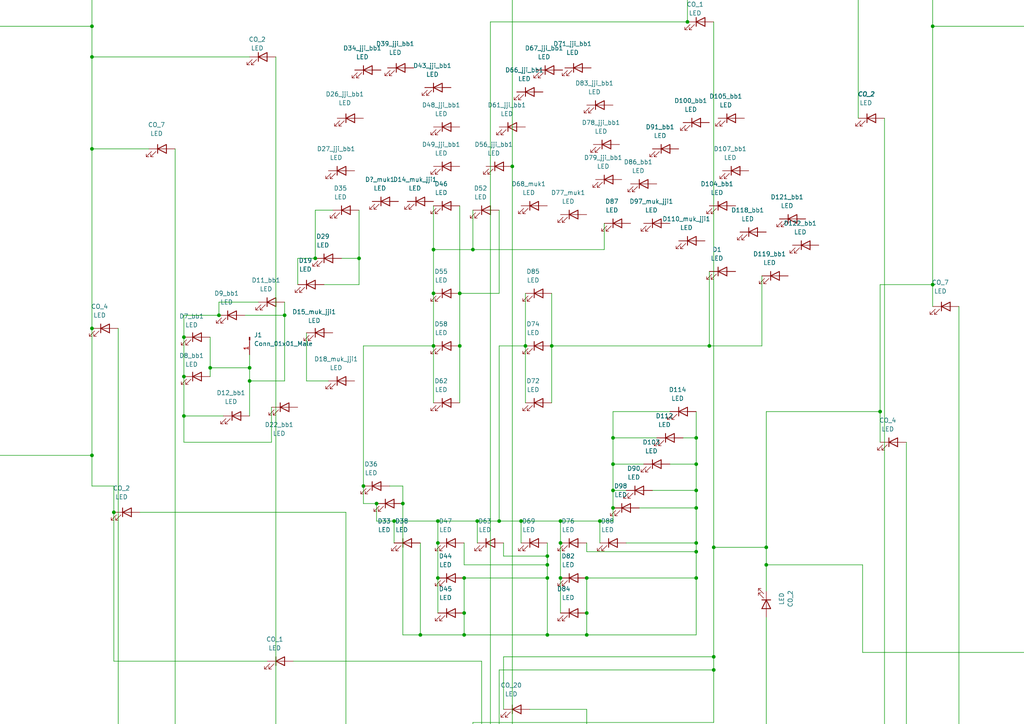
<source format=kicad_sch>
(kicad_sch (version 20211123) (generator eeschema)
  (paper "A4")
  (lib_symbols
    (symbol "Connector:Conn_01x01_Male" (pin_names (offset 1.016) hide)
      (property "Reference" "J" (at 0 2.54 0))
      (property "Value" "Conn_01x01_Male" (at 0 -2.54 0))
      (symbol "Conn_01x01_Male_1_1"
        (polyline (pts (xy 1.27 0) (xy 0.8636 0)) (stroke (width 0.1524)))
        (rectangle (start 0.8636 0.127) (end 0 -0.127) (stroke (width 0.1524)) (fill (type outline)))
        (pin passive line (at 5.08 0 180) (length 3.81) (name "Pin_1") (number "1"))
      )
    )
    (symbol "Connector:Conn_01x20_Male" (pin_names (offset 1.016) hide)
      (property "Reference" "J" (at 0 25.4 0))
      (property "Value" "Conn_01x20_Male" (at 0 -27.94 0))
      (symbol "Conn_01x20_Male_1_1"
        (polyline (pts (xy 1.27 -25.4) (xy 0.8636 -25.4)) (stroke (width 0.1524)))
        (polyline (pts (xy 1.27 -22.86) (xy 0.8636 -22.86)) (stroke (width 0.1524)))
        (polyline (pts (xy 1.27 -20.32) (xy 0.8636 -20.32)) (stroke (width 0.1524)))
        (polyline (pts (xy 1.27 -17.78) (xy 0.8636 -17.78)) (stroke (width 0.1524)))
        (polyline (pts (xy 1.27 -15.24) (xy 0.8636 -15.24)) (stroke (width 0.1524)))
        (polyline (pts (xy 1.27 -12.7) (xy 0.8636 -12.7)) (stroke (width 0.1524)))
        (polyline (pts (xy 1.27 -10.16) (xy 0.8636 -10.16)) (stroke (width 0.1524)))
        (polyline (pts (xy 1.27 -7.62) (xy 0.8636 -7.62)) (stroke (width 0.1524)))
        (polyline (pts (xy 1.27 -5.08) (xy 0.8636 -5.08)) (stroke (width 0.1524)))
        (polyline (pts (xy 1.27 -2.54) (xy 0.8636 -2.54)) (stroke (width 0.1524)))
        (polyline (pts (xy 1.27 0) (xy 0.8636 0)) (stroke (width 0.1524)))
        (polyline (pts (xy 1.27 2.54) (xy 0.8636 2.54)) (stroke (width 0.1524)))
        (polyline (pts (xy 1.27 5.08) (xy 0.8636 5.08)) (stroke (width 0.1524)))
        (polyline (pts (xy 1.27 7.62) (xy 0.8636 7.62)) (stroke (width 0.1524)))
        (polyline (pts (xy 1.27 10.16) (xy 0.8636 10.16)) (stroke (width 0.1524)))
        (polyline (pts (xy 1.27 12.7) (xy 0.8636 12.7)) (stroke (width 0.1524)))
        (polyline (pts (xy 1.27 15.24) (xy 0.8636 15.24)) (stroke (width 0.1524)))
        (polyline (pts (xy 1.27 17.78) (xy 0.8636 17.78)) (stroke (width 0.1524)))
        (polyline (pts (xy 1.27 20.32) (xy 0.8636 20.32)) (stroke (width 0.1524)))
        (polyline (pts (xy 1.27 22.86) (xy 0.8636 22.86)) (stroke (width 0.1524)))
        (rectangle (start 0.8636 -25.273) (end 0 -25.527) (stroke (width 0.1524)) (fill (type outline)))
        (rectangle (start 0.8636 -22.733) (end 0 -22.987) (stroke (width 0.1524)) (fill (type outline)))
        (rectangle (start 0.8636 -20.193) (end 0 -20.447) (stroke (width 0.1524)) (fill (type outline)))
        (rectangle (start 0.8636 -17.653) (end 0 -17.907) (stroke (width 0.1524)) (fill (type outline)))
        (rectangle (start 0.8636 -15.113) (end 0 -15.367) (stroke (width 0.1524)) (fill (type outline)))
        (rectangle (start 0.8636 -12.573) (end 0 -12.827) (stroke (width 0.1524)) (fill (type outline)))
        (rectangle (start 0.8636 -10.033) (end 0 -10.287) (stroke (width 0.1524)) (fill (type outline)))
        (rectangle (start 0.8636 -7.493) (end 0 -7.747) (stroke (width 0.1524)) (fill (type outline)))
        (rectangle (start 0.8636 -4.953) (end 0 -5.207) (stroke (width 0.1524)) (fill (type outline)))
        (rectangle (start 0.8636 -2.413) (end 0 -2.667) (stroke (width 0.1524)) (fill (type outline)))
        (rectangle (start 0.8636 0.127) (end 0 -0.127) (stroke (width 0.1524)) (fill (type outline)))
        (rectangle (start 0.8636 2.667) (end 0 2.413) (stroke (width 0.1524)) (fill (type outline)))
        (rectangle (start 0.8636 5.207) (end 0 4.953) (stroke (width 0.1524)) (fill (type outline)))
        (rectangle (start 0.8636 7.747) (end 0 7.493) (stroke (width 0.1524)) (fill (type outline)))
        (rectangle (start 0.8636 10.287) (end 0 10.033) (stroke (width 0.1524)) (fill (type outline)))
        (rectangle (start 0.8636 12.827) (end 0 12.573) (stroke (width 0.1524)) (fill (type outline)))
        (rectangle (start 0.8636 15.367) (end 0 15.113) (stroke (width 0.1524)) (fill (type outline)))
        (rectangle (start 0.8636 17.907) (end 0 17.653) (stroke (width 0.1524)) (fill (type outline)))
        (rectangle (start 0.8636 20.447) (end 0 20.193) (stroke (width 0.1524)) (fill (type outline)))
        (rectangle (start 0.8636 22.987) (end 0 22.733) (stroke (width 0.1524)) (fill (type outline)))
        (pin passive line (at 5.08 22.86 180) (length 3.81) (name "Pin_1") (number "1"))
        (pin passive line (at 5.08 0 180) (length 3.81) (name "Pin_10") (number "10"))
        (pin passive line (at 5.08 -2.54 180) (length 3.81) (name "Pin_11") (number "11"))
        (pin passive line (at 5.08 -5.08 180) (length 3.81) (name "Pin_12") (number "12"))
        (pin passive line (at 5.08 -7.62 180) (length 3.81) (name "Pin_13") (number "13"))
        (pin passive line (at 5.08 -10.16 180) (length 3.81) (name "Pin_14") (number "14"))
        (pin passive line (at 5.08 -12.7 180) (length 3.81) (name "Pin_15") (number "15"))
        (pin passive line (at 5.08 -15.24 180) (length 3.81) (name "Pin_16") (number "16"))
        (pin passive line (at 5.08 -17.78 180) (length 3.81) (name "Pin_17") (number "17"))
        (pin passive line (at 5.08 -20.32 180) (length 3.81) (name "Pin_18") (number "18"))
        (pin passive line (at 5.08 -22.86 180) (length 3.81) (name "Pin_19") (number "19"))
        (pin passive line (at 5.08 20.32 180) (length 3.81) (name "Pin_2") (number "2"))
        (pin passive line (at 5.08 -25.4 180) (length 3.81) (name "Pin_20") (number "20"))
        (pin passive line (at 5.08 17.78 180) (length 3.81) (name "Pin_3") (number "3"))
        (pin passive line (at 5.08 15.24 180) (length 3.81) (name "Pin_4") (number "4"))
        (pin passive line (at 5.08 12.7 180) (length 3.81) (name "Pin_5") (number "5"))
        (pin passive line (at 5.08 10.16 180) (length 3.81) (name "Pin_6") (number "6"))
        (pin passive line (at 5.08 7.62 180) (length 3.81) (name "Pin_7") (number "7"))
        (pin passive line (at 5.08 5.08 180) (length 3.81) (name "Pin_8") (number "8"))
        (pin passive line (at 5.08 2.54 180) (length 3.81) (name "Pin_9") (number "9"))
      )
    )
    (symbol "Device:LED" (pin_numbers hide) (pin_names (offset 1.016) hide)
      (property "Reference" "D" (at 0 2.54 0))
      (property "Value" "LED" (at 0 -2.54 0))
      (symbol "LED_0_1"
        (polyline (pts (xy -1.27 -1.27) (xy -1.27 1.27)) (stroke (width 0.254)))
        (polyline (pts (xy -1.27 0) (xy 1.27 0)))
        (polyline (pts (xy 1.27 -1.27) (xy 1.27 1.27) (xy -1.27 0) (xy 1.27 -1.27)) (stroke (width 0.254)))
        (polyline (pts (xy -3.048 -0.762) (xy -4.572 -2.286) (xy -3.81 -2.286) (xy -4.572 -2.286) (xy -4.572 -1.524)))
        (polyline (pts (xy -1.778 -0.762) (xy -3.302 -2.286) (xy -2.54 -2.286) (xy -3.302 -2.286) (xy -3.302 -1.524)))
      )
      (symbol "LED_1_1"
        (pin passive line (at -3.81 0 0) (length 2.54) (name "K") (number "1"))
        (pin passive line (at 3.81 0 180) (length 2.54) (name "A") (number "2"))
      )
    )
  )
  (junction (at 270.51 7.62))
  (junction (at 144.78 151.13))
  (junction (at 170.18 177.8))
  (junction (at 125.73 72.39))
  (junction (at 255.27 119.38))
  (junction (at 82.55 91.44))
  (junction (at 26.67 16.51))
  (junction (at 26.67 7.62))
  (junction (at 158.75 167.64))
  (junction (at 201.93 160.02))
  (junction (at 116.84 146.05))
  (junction (at 125.73 100.33))
  (junction (at 53.34 97.79))
  (junction (at 270.51 82.55))
  (junction (at 199.39 -17.78))
  (junction (at 222.25 163.83))
  (junction (at 201.93 127))
  (junction (at 158.75 163.83))
  (junction (at 201.93 142.24))
  (junction (at 207.01 190.5))
  (junction (at 158.75 184.15))
  (junction (at 162.56 151.13))
  (junction (at 53.34 120.65))
  (junction (at 109.22 146.05))
  (junction (at 162.56 167.64))
  (junction (at 134.62 177.8))
  (junction (at 26.67 43.18))
  (junction (at 60.96 106.68))
  (junction (at 72.39 106.68))
  (junction (at 104.14 74.93))
  (junction (at 135.89 -2.54))
  (junction (at 205.74 100.33))
  (junction (at 222.25 158.75))
  (junction (at 91.44 74.93))
  (junction (at 177.8 134.62))
  (junction (at 134.62 222.25))
  (junction (at 162.56 157.48))
  (junction (at 170.18 167.64))
  (junction (at 201.93 134.62))
  (junction (at 160.02 100.33))
  (junction (at 158.75 161.29))
  (junction (at 177.8 142.24))
  (junction (at 72.39 110.49))
  (junction (at 138.43 151.13))
  (junction (at 125.73 85.09))
  (junction (at 53.34 109.22))
  (junction (at 177.8 127))
  (junction (at 170.18 184.15))
  (junction (at 26.67 95.25))
  (junction (at 148.59 48.26))
  (junction (at 152.4 100.33))
  (junction (at 201.93 167.64))
  (junction (at 248.92 -17.78))
  (junction (at 201.93 147.32))
  (junction (at 207.01 194.31))
  (junction (at 137.16 72.39))
  (junction (at 151.13 151.13))
  (junction (at 105.41 140.97))
  (junction (at 133.35 85.09))
  (junction (at 127 151.13))
  (junction (at 33.02 148.59))
  (junction (at 133.35 100.33))
  (junction (at 127 157.48))
  (junction (at 134.62 167.64))
  (junction (at 127 167.64))
  (junction (at 173.99 151.13))
  (junction (at 121.92 184.15))
  (junction (at 199.39 6.35))
  (junction (at 114.3 151.13))
  (junction (at 63.5 91.44))
  (junction (at 177.8 147.32))
  (junction (at 207.01 158.75))
  (junction (at 26.67 132.08))
  (junction (at 134.62 184.15))
  (junction (at 201.93 157.48))
  (wire (pts (xy 148.59 219.71) (xy 160.02 219.71)))
  (wire (pts (xy 170.18 184.15) (xy 158.75 184.15)))
  (wire (pts (xy 135.89 -2.54) (xy 135.89 -17.78)))
  (wire (pts (xy 88.9 96.52) (xy 88.9 110.49)))
  (wire (pts (xy 26.67 -2.54) (xy 135.89 -2.54)))
  (wire (pts (xy 177.8 147.32) (xy 177.8 151.13)))
  (wire (pts (xy 104.14 74.93) (xy 104.14 82.55)))
  (wire (pts (xy 222.25 163.83) (xy 222.25 171.45)))
  (wire (pts (xy 116.84 140.97) (xy 116.84 146.05)))
  (wire (pts (xy 144.78 60.96) (xy 144.78 85.09)))
  (wire (pts (xy 34.29 95.25) (xy 34.29 220.98)))
  (wire (pts (xy 127 241.3) (xy 127 223.52)))
  (wire (pts (xy 88.9 110.49) (xy 95.25 110.49)))
  (wire (pts (xy 149.86 213.36) (xy 149.86 223.52)))
  (wire (pts (xy 134.62 163.83) (xy 158.75 163.83)))
  (wire (pts (xy 133.35 100.33) (xy 133.35 116.84)))
  (wire (pts (xy 146.05 161.29) (xy 158.75 161.29)))
  (wire (pts (xy 96.52 60.96) (xy 91.44 60.96)))
  (wire (pts (xy 139.7 191.77) (xy 139.7 223.52)))
  (wire (pts (xy 147.32 210.82) (xy 147.32 223.52)))
  (wire (pts (xy 138.43 151.13) (xy 144.78 151.13)))
  (wire (pts (xy 160.02 100.33) (xy 160.02 116.84)))
  (wire (pts (xy 127 167.64) (xy 127 177.8)))
  (wire (pts (xy 104.14 74.93) (xy 99.06 74.93)))
  (wire (pts (xy 50.8 43.18) (xy 50.8 215.9)))
  (wire (pts (xy 201.93 157.48) (xy 201.93 160.02)))
  (wire (pts (xy 207.01 158.75) (xy 207.01 190.5)))
  (wire (pts (xy 146.05 157.48) (xy 146.05 161.29)))
  (wire (pts (xy 311.15 218.44) (xy 132.08 218.44)))
  (wire (pts (xy 125.73 85.09) (xy 125.73 100.33)))
  (wire (pts (xy 80.01 16.51) (xy 80.01 222.25)))
  (wire (pts (xy 138.43 151.13) (xy 138.43 157.48)))
  (wire (pts (xy 220.98 80.01) (xy 220.98 100.33)))
  (wire (pts (xy 135.89 -2.54) (xy 140.97 -2.54)))
  (wire (pts (xy 170.18 160.02) (xy 201.93 160.02)))
  (wire (pts (xy 256.54 213.36) (xy 152.4 213.36)))
  (wire (pts (xy 121.92 184.15) (xy 121.92 157.48)))
  (wire (pts (xy 186.69 134.62) (xy 177.8 134.62)))
  (wire (pts (xy 278.13 215.9) (xy 167.64 215.9)))
  (wire (pts (xy 116.84 184.15) (xy 121.92 184.15)))
  (wire (pts (xy 134.62 184.15) (xy 121.92 184.15)))
  (wire (pts (xy 170.18 205.74) (xy 170.18 223.52)))
  (wire (pts (xy 170.18 167.64) (xy 170.18 177.8)))
  (wire (pts (xy 91.44 74.93) (xy 86.36 74.93)))
  (wire (pts (xy 222.25 210.82) (xy 147.32 210.82)))
  (wire (pts (xy 72.39 16.51) (xy 26.67 16.51)))
  (wire (pts (xy 201.93 167.64) (xy 201.93 184.15)))
  (wire (pts (xy 148.59 48.26) (xy 148.59 219.71)))
  (wire (pts (xy 262.89 220.98) (xy 162.56 220.98)))
  (wire (pts (xy 34.29 220.98) (xy 157.48 220.98)))
  (wire (pts (xy 33.02 140.97) (xy 33.02 148.59)))
  (wire (pts (xy 133.35 59.69) (xy 133.35 85.09)))
  (wire (pts (xy 114.3 157.48) (xy 114.3 151.13)))
  (wire (pts (xy 105.41 146.05) (xy 105.41 140.97)))
  (wire (pts (xy 222.25 158.75) (xy 222.25 163.83)))
  (wire (pts (xy 177.8 127) (xy 177.8 134.62)))
  (wire (pts (xy 137.16 209.55) (xy 137.16 223.52)))
  (wire (pts (xy -3.81 185.42) (xy -3.81 241.3)))
  (wire (pts (xy 85.09 191.77) (xy 139.7 191.77)))
  (wire (pts (xy 201.93 184.15) (xy 170.18 184.15)))
  (wire (pts (xy 158.75 161.29) (xy 158.75 163.83)))
  (wire (pts (xy 134.62 157.48) (xy 134.62 163.83)))
  (wire (pts (xy 181.61 142.24) (xy 177.8 142.24)))
  (wire (pts (xy 201.93 147.32) (xy 201.93 157.48)))
  (wire (pts (xy 190.5 127) (xy 177.8 127)))
  (wire (pts (xy 175.26 64.77) (xy 175.26 72.39)))
  (wire (pts (xy 86.36 74.93) (xy 86.36 82.55)))
  (wire (pts (xy -11.43 185.42) (xy -11.43 132.08)))
  (wire (pts (xy 207.01 194.31) (xy 207.01 209.55)))
  (wire (pts (xy 162.56 167.64) (xy 162.56 177.8)))
  (wire (pts (xy 105.41 100.33) (xy 105.41 140.97)))
  (wire (pts (xy 207.01 158.75) (xy 222.25 158.75)))
  (wire (pts (xy 134.62 222.25) (xy 154.94 222.25)))
  (wire (pts (xy 53.34 97.79) (xy 53.34 109.22)))
  (wire (pts (xy 262.89 128.27) (xy 262.89 220.98)))
  (wire (pts (xy 207.01 190.5) (xy 207.01 194.31)))
  (wire (pts (xy 78.74 128.27) (xy 78.74 118.11)))
  (wire (pts (xy 152.4 213.36) (xy 152.4 223.52)))
  (wire (pts (xy 53.34 109.22) (xy 53.34 120.65)))
  (wire (pts (xy 33.02 148.59) (xy 33.02 191.77)))
  (wire (pts (xy 205.74 78.74) (xy 205.74 100.33)))
  (wire (pts (xy 134.62 210.82) (xy 134.62 222.25)))
  (wire (pts (xy 158.75 184.15) (xy 134.62 184.15)))
  (wire (pts (xy 26.67 -2.54) (xy 26.67 7.62)))
  (wire (pts (xy 82.55 110.49) (xy 72.39 110.49)))
  (wire (pts (xy 109.22 146.05) (xy 105.41 146.05)))
  (wire (pts (xy 152.4 100.33) (xy 152.4 116.84)))
  (wire (pts (xy 114.3 151.13) (xy 127 151.13)))
  (wire (pts (xy 72.39 110.49) (xy 72.39 120.65)))
  (wire (pts (xy 201.93 119.38) (xy 201.93 127)))
  (wire (pts (xy 207.01 194.31) (xy 144.78 194.31)))
  (wire (pts (xy 53.34 120.65) (xy 64.77 120.65)))
  (wire (pts (xy 144.78 85.09) (xy 133.35 85.09)))
  (wire (pts (xy 153.67 205.74) (xy 170.18 205.74)))
  (wire (pts (xy -3.81 241.3) (xy 127 241.3)))
  (wire (pts (xy 207.01 209.55) (xy 137.16 209.55)))
  (wire (pts (xy 91.44 60.96) (xy 91.44 74.93)))
  (wire (pts (xy 53.34 120.65) (xy 53.34 128.27)))
  (wire (pts (xy 189.23 142.24) (xy 201.93 142.24)))
  (wire (pts (xy 152.4 85.09) (xy 152.4 100.33)))
  (wire (pts (xy 127 157.48) (xy 127 167.64)))
  (wire (pts (xy 199.39 6.35) (xy 142.24 6.35)))
  (wire (pts (xy 250.19 163.83) (xy 222.25 163.83)))
  (wire (pts (xy 129.54 242.57) (xy 129.54 223.52)))
  (wire (pts (xy 100.33 213.36) (xy 149.86 213.36)))
  (wire (pts (xy 177.8 151.13) (xy 173.99 151.13)))
  (wire (pts (xy 199.39 -17.78) (xy 248.92 -17.78)))
  (wire (pts (xy 314.96 189.23) (xy 314.96 242.57)))
  (wire (pts (xy 125.73 100.33) (xy 125.73 116.84)))
  (wire (pts (xy 270.51 7.62) (xy 270.51 82.55)))
  (wire (pts (xy 220.98 100.33) (xy 205.74 100.33)))
  (wire (pts (xy 157.48 220.98) (xy 157.48 223.52)))
  (wire (pts (xy 194.31 119.38) (xy 177.8 119.38)))
  (wire (pts (xy 250.19 189.23) (xy 250.19 163.83)))
  (wire (pts (xy 133.35 85.09) (xy 133.35 100.33)))
  (wire (pts (xy 144.78 100.33) (xy 144.78 151.13)))
  (wire (pts (xy 256.54 34.29) (xy 256.54 213.36)))
  (wire (pts (xy 270.51 -17.78) (xy 270.51 7.62)))
  (wire (pts (xy 125.73 59.69) (xy 125.73 72.39)))
  (wire (pts (xy 175.26 72.39) (xy 137.16 72.39)))
  (wire (pts (xy 132.08 218.44) (xy 132.08 223.52)))
  (wire (pts (xy 162.56 151.13) (xy 162.56 157.48)))
  (wire (pts (xy -12.7 210.82) (xy 134.62 210.82)))
  (wire (pts (xy 125.73 72.39) (xy 125.73 85.09)))
  (wire (pts (xy 144.78 151.13) (xy 151.13 151.13)))
  (wire (pts (xy 134.62 167.64) (xy 134.62 177.8)))
  (wire (pts (xy 158.75 157.48) (xy 158.75 161.29)))
  (wire (pts (xy 134.62 184.15) (xy 134.62 177.8)))
  (wire (pts (xy 160.02 85.09) (xy 160.02 100.33)))
  (wire (pts (xy 72.39 102.87) (xy 72.39 106.68)))
  (wire (pts (xy 146.05 190.5) (xy 207.01 190.5)))
  (wire (pts (xy 201.93 134.62) (xy 201.93 142.24)))
  (wire (pts (xy 162.56 220.98) (xy 162.56 223.52)))
  (wire (pts (xy 114.3 151.13) (xy 109.22 151.13)))
  (wire (pts (xy 104.14 82.55) (xy 93.98 82.55)))
  (wire (pts (xy 60.96 106.68) (xy 72.39 106.68)))
  (wire (pts (xy 181.61 157.48) (xy 201.93 157.48)))
  (wire (pts (xy 77.47 191.77) (xy 33.02 191.77)))
  (wire (pts (xy 146.05 205.74) (xy 146.05 190.5)))
  (wire (pts (xy 72.39 106.68) (xy 72.39 110.49)))
  (wire (pts (xy 154.94 222.25) (xy 154.94 223.52)))
  (wire (pts (xy 127 151.13) (xy 138.43 151.13)))
  (wire (pts (xy 127 157.48) (xy 127 151.13)))
  (wire (pts (xy 134.62 167.64) (xy 158.75 167.64)))
  (wire (pts (xy 63.5 91.44) (xy 53.34 91.44)))
  (wire (pts (xy 205.74 100.33) (xy 160.02 100.33)))
  (wire (pts (xy 148.59 -2.54) (xy 148.59 48.26)))
  (wire (pts (xy 151.13 151.13) (xy 151.13 157.48)))
  (wire (pts (xy 26.67 43.18) (xy 26.67 95.25)))
  (wire (pts (xy 26.67 140.97) (xy 33.02 140.97)))
  (wire (pts (xy 152.4 100.33) (xy 144.78 100.33)))
  (wire (pts (xy 60.96 106.68) (xy 60.96 109.22)))
  (wire (pts (xy 194.31 134.62) (xy 201.93 134.62)))
  (wire (pts (xy 255.27 119.38) (xy 222.25 119.38)))
  (wire (pts (xy 207.01 6.35) (xy 207.01 158.75)))
  (wire (pts (xy 116.84 140.97) (xy 113.03 140.97)))
  (wire (pts (xy 177.8 119.38) (xy 177.8 127)))
  (wire (pts (xy 248.92 -17.78) (xy 248.92 34.29)))
  (wire (pts (xy 109.22 151.13) (xy 109.22 146.05)))
  (wire (pts (xy 248.92 -17.78) (xy 270.51 -17.78)))
  (wire (pts (xy 137.16 72.39) (xy 125.73 72.39)))
  (wire (pts (xy 151.13 151.13) (xy 162.56 151.13)))
  (wire (pts (xy 158.75 163.83) (xy 158.75 167.64)))
  (wire (pts (xy 142.24 6.35) (xy 142.24 223.52)))
  (wire (pts (xy -12.7 7.62) (xy -12.7 210.82)))
  (wire (pts (xy 201.93 160.02) (xy 201.93 167.64)))
  (wire (pts (xy 26.67 7.62) (xy 26.67 16.51)))
  (wire (pts (xy 50.8 215.9) (xy 165.1 215.9)))
  (wire (pts (xy 125.73 100.33) (xy 105.41 100.33)))
  (wire (pts (xy 199.39 -17.78) (xy 199.39 6.35)))
  (wire (pts (xy 185.42 147.32) (xy 201.93 147.32)))
  (wire (pts (xy 82.55 91.44) (xy 82.55 110.49)))
  (wire (pts (xy 104.14 60.96) (xy 104.14 74.93)))
  (wire (pts (xy 63.5 87.63) (xy 63.5 91.44)))
  (wire (pts (xy 167.64 215.9) (xy 167.64 223.52)))
  (wire (pts (xy 135.89 -17.78) (xy 199.39 -17.78)))
  (wire (pts (xy 173.99 151.13) (xy 162.56 151.13)))
  (wire (pts (xy 201.93 127) (xy 198.12 127)))
  (wire (pts (xy 278.13 88.9) (xy 278.13 215.9)))
  (wire (pts (xy 60.96 97.79) (xy 60.96 106.68)))
  (wire (pts (xy 314.96 242.57) (xy 129.54 242.57)))
  (wire (pts (xy 137.16 60.96) (xy 137.16 72.39)))
  (wire (pts (xy 82.55 87.63) (xy 82.55 91.44)))
  (wire (pts (xy 26.67 95.25) (xy 26.67 132.08)))
  (wire (pts (xy 222.25 179.07) (xy 222.25 210.82)))
  (wire (pts (xy 170.18 167.64) (xy 201.93 167.64)))
  (wire (pts (xy 116.84 146.05) (xy 116.84 184.15)))
  (wire (pts (xy 201.93 127) (xy 201.93 134.62)))
  (wire (pts (xy 26.67 132.08) (xy 26.67 140.97)))
  (wire (pts (xy 170.18 177.8) (xy 170.18 184.15)))
  (wire (pts (xy 26.67 16.51) (xy 26.67 43.18)))
  (wire (pts (xy 311.15 7.62) (xy 311.15 218.44)))
  (wire (pts (xy 270.51 82.55) (xy 255.27 82.55)))
  (wire (pts (xy -5.08 7.62) (xy 26.67 7.62)))
  (wire (pts (xy 270.51 7.62) (xy 303.53 7.62)))
  (wire (pts (xy 173.99 157.48) (xy 173.99 151.13)))
  (wire (pts (xy 177.8 142.24) (xy 177.8 147.32)))
  (wire (pts (xy 307.34 189.23) (xy 250.19 189.23)))
  (wire (pts (xy 160.02 219.71) (xy 160.02 223.52)))
  (wire (pts (xy 255.27 119.38) (xy 255.27 128.27)))
  (wire (pts (xy 100.33 148.59) (xy 100.33 213.36)))
  (wire (pts (xy -11.43 132.08) (xy 26.67 132.08)))
  (wire (pts (xy 158.75 167.64) (xy 158.75 184.15)))
  (wire (pts (xy 162.56 157.48) (xy 162.56 167.64)))
  (wire (pts (xy 201.93 142.24) (xy 201.93 147.32)))
  (wire (pts (xy 255.27 82.55) (xy 255.27 119.38)))
  (wire (pts (xy 53.34 91.44) (xy 53.34 97.79)))
  (wire (pts (xy 40.64 148.59) (xy 100.33 148.59)))
  (wire (pts (xy 82.55 91.44) (xy 71.12 91.44)))
  (wire (pts (xy 74.93 87.63) (xy 63.5 87.63)))
  (wire (pts (xy 222.25 119.38) (xy 222.25 158.75)))
  (wire (pts (xy 165.1 215.9) (xy 165.1 223.52)))
  (wire (pts (xy 80.01 222.25) (xy 134.62 222.25)))
  (wire (pts (xy 177.8 134.62) (xy 177.8 142.24)))
  (wire (pts (xy 53.34 128.27) (xy 78.74 128.27)))
  (wire (pts (xy 144.78 194.31) (xy 144.78 223.52)))
  (wire (pts (xy 270.51 82.55) (xy 270.51 88.9)))
  (wire (pts (xy 43.18 43.18) (xy 26.67 43.18)))
  (wire (pts (xy 170.18 157.48) (xy 170.18 160.02)))
  (symbol (lib_id "Device:LED") (at 190.5 134.62 0) (unit 1)
    (property "Reference" "D103" (at 188.9125 128.27 0))
    (property "Value" "LED" (at 188.9125 130.81 0))
    (property "Footprint" "LED_THT:LED_D3.0mm_Clear" (effects hide))
  )
  (symbol (lib_id "Device:LED") (at 194.31 127 0) (unit 1)
    (property "Reference" "D112" (at 192.7225 120.65 0))
    (property "Value" "LED" (at 192.7225 123.19 0))
    (property "Footprint" "LED_THT:LED_D3.0mm_Clear" (effects hide))
  )
  (symbol (lib_id "Device:LED") (at 177.8 157.48 0) (unit 1)
    (property "Reference" "D88" (at 176.2125 151.13 0))
    (property "Value" "LED" (at 176.2125 153.67 0))
    (property "Footprint" "LED_THT:LED_D3.0mm_Clear" (effects hide))
  )
  (symbol (lib_id "Device:LED") (at 166.37 167.64 0) (unit 1)
    (property "Reference" "D82" (at 164.7825 161.29 0))
    (property "Value" "LED" (at 164.7825 163.83 0))
    (property "Footprint" "LED_THT:LED_D3.0mm_Clear" (effects hide))
  )
  (symbol (lib_id "Device:LED") (at 99.06 110.49 0) (unit 1)
    (property "Reference" "D18_muk_jji1" (at 97.4725 104.14 0))
    (property "Value" "LED" (at 97.4725 106.68 0))
    (property "Footprint" "LED_THT:LED_D3.0mm_Clear" (effects hide))
  )
  (symbol (lib_id "Device:LED") (at 82.55 118.11 0) (unit 1)
    (property "Reference" "D22_bb1" (at 80.9625 123.19 0))
    (property "Value" "LED" (at 80.9625 125.73 0))
    (property "Footprint" "LED_THT:LED_D3.0mm_Clear" (effects hide))
  )
  (symbol (lib_id "Device:LED") (at 113.03 146.05 0) (unit 1)
    (property "Reference" "D33" (at 111.4425 151.13 0))
    (property "Value" "LED" (at 111.4425 153.67 0))
    (property "Footprint" "LED_THT:LED_D3.0mm_Clear" (effects hide))
  )
  (symbol (lib_id "Device:LED") (at 118.11 157.48 0) (unit 1)
    (property "Reference" "D38" (at 116.5225 151.13 0))
    (property "Value" "LED" (at 116.5225 153.67 0))
    (property "Footprint" "LED_THT:LED_D3.0mm_Clear" (effects hide))
  )
  (symbol (lib_id "Device:LED") (at 130.81 167.64 0) (unit 1)
    (property "Reference" "D44" (at 129.2225 161.29 0))
    (property "Value" "LED" (at 129.2225 163.83 0))
    (property "Footprint" "LED_THT:LED_D3.0mm_Clear" (effects hide))
  )
  (symbol (lib_id "Device:LED") (at 185.42 142.24 0) (unit 1)
    (property "Reference" "D90" (at 183.8325 135.89 0))
    (property "Value" "LED" (at 183.8325 138.43 0))
    (property "Footprint" "LED_THT:LED_D3.0mm_Clear" (effects hide))
  )
  (symbol (lib_id "Device:LED") (at 166.37 157.48 0) (unit 1)
    (property "Reference" "D76" (at 164.7825 151.13 0))
    (property "Value" "LED" (at 164.7825 153.67 0))
    (property "Footprint" "LED_THT:LED_D3.0mm_Clear" (effects hide))
  )
  (symbol (lib_id "Device:LED") (at 154.94 157.48 0) (unit 1)
    (property "Reference" "D69" (at 153.3525 151.13 0))
    (property "Value" "LED" (at 153.3525 153.67 0))
    (property "Footprint" "LED_THT:LED_D3.0mm_Clear" (effects hide))
  )
  (symbol (lib_id "Device:LED") (at 142.24 157.48 0) (unit 1)
    (property "Reference" "D63" (at 140.6525 151.13 0))
    (property "Value" "LED" (at 140.6525 153.67 0))
    (property "Footprint" "LED_THT:LED_D3.0mm_Clear" (effects hide))
  )
  (symbol (lib_id "Device:LED") (at 166.37 177.8 0) (unit 1)
    (property "Reference" "D84" (at 163.5125 170.815 0))
    (property "Value" "LED" (at 164.7825 173.355 0))
    (property "Footprint" "LED_THT:LED_D3.0mm_Clear" (effects hide))
  )
  (symbol (lib_id "Device:LED") (at 181.61 147.32 0) (unit 1)
    (property "Reference" "D98" (at 180.0225 140.97 0))
    (property "Value" "LED" (at 180.0225 143.51 0))
    (property "Footprint" "LED_THT:LED_D3.0mm_Clear" (effects hide))
  )
  (symbol (lib_id "Device:LED") (at 109.22 140.97 0) (unit 1)
    (property "Reference" "D36" (at 107.6325 134.62 0))
    (property "Value" "LED" (at 107.6325 137.16 0))
    (property "Footprint" "LED_THT:LED_D3.0mm_Clear" (effects hide))
  )
  (symbol (lib_id "Device:LED") (at 130.81 157.48 0) (unit 1)
    (property "Reference" "D47" (at 129.2225 151.13 0))
    (property "Value" "LED" (at 129.2225 153.67 0))
    (property "Footprint" "LED_THT:LED_D3.0mm_Clear" (effects hide))
  )
  (symbol (lib_id "Device:LED") (at 130.81 177.8 0) (unit 1)
    (property "Reference" "D45" (at 129.2225 170.815 0))
    (property "Value" "LED" (at 129.2225 173.355 0))
    (property "Footprint" "LED_THT:LED_D3.0mm_Clear" (effects hide))
  )
  (symbol (lib_id "Device:LED") (at 121.92 58.42 0) (unit 1)
    (property "Reference" "D14_muk_jji1" (at 120.3325 52.07 0))
    (property "Value" "LED" (at 120.3325 54.61 0))
    (property "Footprint" "LED_THT:LED_D3.0mm_Clear" (effects hide))
  )
  (symbol (lib_id "Device:LED") (at 92.71 96.52 0) (unit 1)
    (property "Reference" "D15_muk_jji1" (at 91.1225 90.4542 0))
    (property "Value" "LED" (at 91.1225 92.9942 0))
    (property "Footprint" "LED_THT:LED_D3.0mm_Clear" (effects hide))
  )
  (symbol (lib_id "Device:LED") (at 90.17 82.55 0) (unit 1)
    (property "Reference" "D19" (at 88.5825 75.565 0))
    (property "Value" "LED" (at 88.5825 78.105 0))
    (property "Footprint" "LED_THT:LED_D3.0mm_Clear" (effects hide))
  )
  (symbol (lib_id "Device:LED") (at 95.25 74.93 0) (unit 1)
    (property "Reference" "D29" (at 93.6625 68.58 0))
    (property "Value" "LED" (at 93.6625 71.12 0))
    (property "Footprint" "LED_THT:LED_D3.0mm_Clear" (effects hide))
  )
  (symbol (lib_id "Device:LED") (at 100.33 60.96 0) (unit 1)
    (property "Reference" "D35" (at 98.7425 54.61 0))
    (property "Value" "LED" (at 98.7425 57.15 0))
    (property "Footprint" "LED_THT:LED_D3.0mm_Clear" (effects hide))
  )
  (symbol (lib_id "Device:LED") (at 129.54 59.69 0) (unit 1)
    (property "Reference" "D46" (at 127.9525 53.34 0))
    (property "Value" "LED" (at 127.9525 55.88 0))
    (property "Footprint" "LED_THT:LED_D3.0mm_Clear" (effects hide))
  )
  (symbol (lib_id "Device:LED") (at 140.97 60.96 0) (unit 1)
    (property "Reference" "D52" (at 139.3825 54.61 0))
    (property "Value" "LED" (at 139.3825 57.15 0))
    (property "Footprint" "LED_THT:LED_D3.0mm_Clear" (effects hide))
  )
  (symbol (lib_id "Device:LED") (at 154.94 59.69 0) (unit 1)
    (property "Reference" "D68_muk1" (at 153.3525 53.34 0))
    (property "Value" "LED" (at 153.3525 55.88 0))
    (property "Footprint" "LED_THT:LED_D3.0mm_Clear" (effects hide))
  )
  (symbol (lib_id "Device:LED") (at 166.37 62.23 0) (unit 1)
    (property "Reference" "D77_muk1" (at 164.7825 55.88 0))
    (property "Value" "LED" (at 164.7825 58.42 0))
    (property "Footprint" "LED_THT:LED_D3.0mm_Clear" (effects hide))
  )
  (symbol (lib_id "Device:LED") (at 179.07 64.77 0) (unit 1)
    (property "Reference" "D87" (at 177.4825 58.42 0))
    (property "Value" "LED" (at 177.4825 60.96 0))
    (property "Footprint" "LED_THT:LED_D3.0mm_Clear" (effects hide))
  )
  (symbol (lib_id "Device:LED") (at 190.5 64.77 0) (unit 1)
    (property "Reference" "D97_muk_jji1" (at 188.9125 58.42 0))
    (property "Value" "LED" (at 188.9125 60.96 0))
    (property "Footprint" "LED_THT:LED_D3.0mm_Clear" (effects hide))
  )
  (symbol (lib_id "Device:LED") (at 200.66 69.85 0) (unit 1)
    (property "Reference" "D110_muk_jji1" (at 199.0725 63.5 0))
    (property "Value" "LED" (at 199.0725 66.04 0))
    (property "Footprint" "LED_THT:LED_D3.0mm_Clear" (effects hide))
  )
  (symbol (lib_id "Device:LED") (at 198.12 119.38 0) (unit 1)
    (property "Reference" "D114" (at 196.5325 113.03 0))
    (property "Value" "LED" (at 196.5325 115.57 0))
    (property "Footprint" "LED_THT:LED_D3.0mm_Clear" (effects hide))
  )
  (symbol (lib_id "Device:LED") (at 78.74 87.63 0) (unit 1)
    (property "Reference" "D11_bb1" (at 77.1525 81.28 0))
    (property "Value" "LED" (at 77.1525 83.82 0))
    (property "Footprint" "LED_THT:LED_D3.0mm_Clear" (effects hide))
  )
  (symbol (lib_id "Device:LED") (at 67.31 91.44 0) (unit 1)
    (property "Reference" "D9_bb1" (at 65.7225 85.09 0))
    (property "Value" "LED" (at 65.7225 87.63 0))
  )
  (symbol (lib_id "Device:LED") (at 57.15 97.79 0) (unit 1)
    (property "Reference" "D7_bb1" (at 55.5625 91.7242 0))
    (property "Value" "LED" (at 55.5625 94.2642 0))
  )
  (symbol (lib_id "Device:LED") (at 57.15 109.22 0) (unit 1)
    (property "Reference" "D8_bb1" (at 55.5625 103.1542 0))
    (property "Value" "LED" (at 55.5625 105.6942 0))
  )
  (symbol (lib_id "Device:LED") (at 68.58 120.65 0) (unit 1)
    (property "Reference" "D12_bb1" (at 66.9925 113.9492 0))
    (property "Value" "LED" (at 66.9925 116.4892 0))
    (property "Footprint" "LED_THT:LED_D3.0mm_Clear" (effects hide))
  )
  (symbol (lib_id "Device:LED") (at 99.06 49.53 0) (unit 1)
    (property "Reference" "D27_jji_bb1" (at 97.4725 43.18 0))
    (property "Value" "LED" (at 97.4725 45.72 0))
    (property "Footprint" "LED_THT:LED_D3.0mm_Clear" (effects hide))
  )
  (symbol (lib_id "Device:LED") (at 101.6 34.29 0) (unit 1)
    (property "Reference" "D26_jji_bb1" (at 100.0125 27.305 0))
    (property "Value" "LED" (at 100.0125 29.845 0))
    (property "Footprint" "LED_THT:LED_D3.0mm_Clear" (effects hide))
  )
  (symbol (lib_id "Device:LED") (at 106.68 20.32 0) (unit 1)
    (property "Reference" "D34_jji_bb1" (at 105.0925 13.97 0))
    (property "Value" "LED" (at 105.0925 16.51 0))
    (property "Footprint" "LED_THT:LED_D3.0mm_Clear" (effects hide))
  )
  (symbol (lib_id "Device:LED") (at 116.205 19.685 0) (unit 1)
    (property "Reference" "D39_jji_bb1" (at 114.6175 12.7 0))
    (property "Value" "LED" (at 114.6175 15.24 0))
    (property "Footprint" "LED_THT:LED_D3.0mm_Clear" (effects hide))
  )
  (symbol (lib_id "Device:LED") (at 127 25.4 0) (unit 1)
    (property "Reference" "D43_jji_bb1" (at 125.4125 19.05 0))
    (property "Value" "LED" (at 125.4125 21.59 0))
    (property "Footprint" "LED_THT:LED_D3.0mm_Clear" (effects hide))
  )
  (symbol (lib_id "Device:LED") (at 129.54 36.83 0) (unit 1)
    (property "Reference" "D48_jji_bb1" (at 127.9525 30.48 0))
    (property "Value" "LED" (at 127.9525 33.02 0))
    (property "Footprint" "LED_THT:LED_D3.0mm_Clear" (effects hide))
  )
  (symbol (lib_id "Device:LED") (at 129.54 48.26 0) (unit 1)
    (property "Reference" "D49_jji_bb1" (at 127.9525 41.91 0))
    (property "Value" "LED" (at 127.9525 44.45 0))
    (property "Footprint" "LED_THT:LED_D3.0mm_Clear" (effects hide))
  )
  (symbol (lib_id "Device:LED") (at 144.78 48.26 0) (unit 1)
    (property "Reference" "D56_jji_bb1" (at 143.1925 41.91 0))
    (property "Value" "LED" (at 143.1925 44.45 0))
    (property "Footprint" "LED_THT:LED_D3.0mm_Clear" (effects hide))
  )
  (symbol (lib_id "Device:LED") (at 148.59 36.83 0) (unit 1)
    (property "Reference" "D61_jji_bb1" (at 147.0025 30.48 0))
    (property "Value" "LED" (at 147.0025 33.02 0))
    (property "Footprint" "LED_THT:LED_D3.0mm_Clear" (effects hide))
  )
  (symbol (lib_id "Device:LED") (at 153.67 26.67 0) (unit 1)
    (property "Reference" "D66_jji_bb1" (at 152.0825 20.32 0))
    (property "Value" "LED" (at 152.0825 22.86 0))
    (property "Footprint" "LED_THT:LED_D3.0mm_Clear" (effects hide))
  )
  (symbol (lib_id "Device:LED") (at 159.385 20.32 0) (unit 1)
    (property "Reference" "D67_jji_bb1" (at 157.7975 13.97 0))
    (property "Value" "LED" (at 157.7975 16.51 0))
    (property "Footprint" "LED_THT:LED_D3.0mm_Clear" (effects hide))
  )
  (symbol (lib_id "Device:LED") (at 167.64 19.685 0) (unit 1)
    (property "Reference" "D71_jji_bb1" (at 166.0525 12.7 0))
    (property "Value" "LED" (at 166.0525 15.24 0))
    (property "Footprint" "LED_THT:LED_D3.0mm_Clear" (effects hide))
  )
  (symbol (lib_id "Device:LED") (at 173.99 30.48 0) (unit 1)
    (property "Reference" "D83_jji_bb1" (at 172.4025 24.13 0))
    (property "Value" "LED" (at 172.4025 26.67 0))
    (property "Footprint" "LED_THT:LED_D3.0mm_Clear" (effects hide))
  )
  (symbol (lib_id "Device:LED") (at 175.895 41.91 0) (unit 1)
    (property "Reference" "D78_jji_bb1" (at 174.3075 35.56 0))
    (property "Value" "LED" (at 174.3075 38.1 0))
    (property "Footprint" "LED_THT:LED_D3.0mm_Clear" (effects hide))
  )
  (symbol (lib_id "Device:LED") (at 176.53 52.07 0) (unit 1)
    (property "Reference" "D79_jji_bb1" (at 174.9425 45.72 0))
    (property "Value" "LED" (at 174.9425 48.26 0))
    (property "Footprint" "LED_THT:LED_D3.0mm_Clear" (effects hide))
  )
  (symbol (lib_id "Device:LED") (at 186.69 53.34 0) (unit 1)
    (property "Reference" "D86_bb1" (at 185.1025 46.99 0))
    (property "Value" "LED" (at 185.1025 49.53 0))
    (property "Footprint" "LED_THT:LED_D3.0mm_Clear" (effects hide))
  )
  (symbol (lib_id "Device:LED") (at 193.04 43.18 0) (unit 1)
    (property "Reference" "D91_bb1" (at 191.4525 36.83 0))
    (property "Value" "LED" (at 191.4525 39.37 0))
    (property "Footprint" "LED_THT:LED_D3.0mm_Clear" (effects hide))
  )
  (symbol (lib_id "Device:LED") (at 201.93 35.56 0) (unit 1)
    (property "Reference" "D100_bb1" (at 200.3425 29.21 0))
    (property "Value" "LED" (at 200.3425 31.75 0))
    (property "Footprint" "LED_THT:LED_D3.0mm_Clear" (effects hide))
  )
  (symbol (lib_id "Device:LED") (at 212.09 34.29 0) (unit 1)
    (property "Reference" "D105_bb1" (at 210.5025 27.94 0))
    (property "Value" "LED" (at 210.5025 30.48 0))
    (property "Footprint" "LED_THT:LED_D3.0mm_Clear" (effects hide))
  )
  (symbol (lib_id "Device:LED") (at 213.36 49.53 0) (unit 1)
    (property "Reference" "D107_bb1" (at 211.7725 43.18 0))
    (property "Value" "LED" (at 211.7725 45.72 0))
    (property "Footprint" "LED_THT:LED_D3.0mm_Clear" (effects hide))
  )
  (symbol (lib_id "Device:LED") (at 209.55 59.69 0) (unit 1)
    (property "Reference" "D104_bb1" (at 207.9625 53.34 0))
    (property "Value" "LED" (at 207.9625 55.88 0))
    (property "Footprint" "LED_THT:LED_D3.0mm_Clear" (effects hide))
  )
  (symbol (lib_id "Device:LED") (at 218.44 67.31 0) (unit 1)
    (property "Reference" "D118_bb1" (at 216.8525 60.96 0))
    (property "Value" "LED" (at 216.8525 63.5 0))
    (property "Footprint" "LED_THT:LED_D3.0mm_Clear" (effects hide))
  )
  (symbol (lib_id "Device:LED") (at 229.87 63.5 0) (unit 1)
    (property "Reference" "D121_bb1" (at 228.2825 57.15 0))
    (property "Value" "LED" (at 228.2825 59.69 0))
    (property "Footprint" "LED_THT:LED_D3.0mm_Clear" (effects hide))
  )
  (symbol (lib_id "Device:LED") (at 233.68 71.12 0) (unit 1)
    (property "Reference" "D122_bb1" (at 232.0925 64.77 0))
    (property "Value" "LED" (at 232.0925 67.31 0))
    (property "Footprint" "LED_THT:LED_D3.0mm_Clear" (effects hide))
  )
  (symbol (lib_id "Device:LED") (at 224.79 80.01 0) (unit 1)
    (property "Reference" "D119_bb1" (at 223.2025 73.66 0))
    (property "Value" "LED" (at 223.2025 76.2 0))
    (property "Footprint" "LED_THT:LED_D3.0mm_Clear" (effects hide))
  )
  (symbol (lib_id "Device:LED") (at 129.54 85.09 0) (unit 1)
    (property "Reference" "D55" (at 127.9525 78.74 0))
    (property "Value" "LED" (at 127.9525 81.28 0))
    (property "Footprint" "LED_THT:LED_D3.0mm_Clear" (effects hide))
  )
  (symbol (lib_id "Device:LED") (at 129.54 100.33 0) (unit 1)
    (property "Reference" "D58" (at 127.9525 93.98 0))
    (property "Value" "LED" (at 127.9525 96.52 0))
    (property "Footprint" "LED_THT:LED_D3.0mm_Clear" (effects hide))
  )
  (symbol (lib_id "Device:LED") (at 129.54 116.84 0) (unit 1)
    (property "Reference" "D62" (at 127.9525 110.49 0))
    (property "Value" "LED" (at 127.9525 113.03 0))
    (property "Footprint" "LED_THT:LED_D3.0mm_Clear" (effects hide))
  )
  (symbol (lib_id "Device:LED") (at 156.21 116.84 0) (unit 1)
    (property "Reference" "D72" (at 154.6225 110.49 0))
    (property "Value" "LED" (at 154.6225 113.03 0))
    (property "Footprint" "LED_THT:LED_D3.0mm_Clear" (effects hide))
  )
  (symbol (lib_id "Device:LED") (at 156.21 100.33 0) (unit 1)
    (property "Reference" "D74" (at 154.6225 93.98 0))
    (property "Value" "LED" (at 154.6225 96.52 0))
    (property "Footprint" "LED_THT:LED_D3.0mm_Clear" (effects hide))
  )
  (symbol (lib_id "Device:LED") (at 156.21 85.09 0) (unit 1)
    (property "Reference" "D85" (at 154.6225 78.74 0))
    (property "Value" "LED" (at 154.6225 81.28 0))
    (property "Footprint" "LED_THT:LED_D3.0mm_Clear" (effects hide))
  )
  (symbol (lib_id "Device:LED") (at 46.99 43.18 0) (unit 1)
    (property "Reference" "CO_7" (at 45.4025 36.195 0))
    (property "Value" "LED" (at 45.4025 38.735 0))
  )
  (symbol (lib_id "Device:LED") (at 30.48 95.25 0) (unit 1)
    (property "Reference" "CO_4" (at 28.8925 88.9 0))
    (property "Value" "LED" (at 28.8925 91.44 0))
  )
  (symbol (lib_id "Device:LED") (at 36.83 148.59 0) (unit 1)
    (property "Reference" "CO_2" (at 35.2425 141.605 0))
    (property "Value" "LED" (at 35.2425 144.145 0))
  )
  (symbol (lib_id "Device:LED") (at 81.28 191.77 0) (unit 1)
    (property "Reference" "CO_1" (at 79.6925 185.42 0))
    (property "Value" "LED" (at 79.6925 187.96 0))
    (property "Footprint" "LED_THT:LED_D3.0mm_Clear" (effects hide))
  )
  (symbol (lib_id "Device:LED") (at 149.86 205.74 0) (unit 1)
    (property "Reference" "CO_20" (at 148.2725 198.755 0))
    (property "Value" "LED" (at 148.2725 201.295 0))
    (property "Footprint" "LED_THT:LED_D3.0mm_Clear" (effects hide))
  )
  (symbol (lib_id "Device:LED") (at 222.25 175.26 270) (unit 1)
    (property "Reference" "CO_2" (at 229.235 173.6725 0))
    (property "Value" "LED" (at 226.695 173.6725 0))
    (property "Footprint" "LED_THT:LED_D3.0mm_Clear" (effects hide))
  )
  (symbol (lib_id "Device:LED") (at 259.08 128.27 0) (unit 1)
    (property "Reference" "CO_4" (at 257.4925 121.92 0))
    (property "Value" "LED" (at 257.4925 124.46 0))
    (property "Footprint" "LED_THT:LED_D3.0mm_Clear" (effects hide))
  )
  (symbol (lib_id "Device:LED") (at 274.32 88.9 0) (unit 1)
    (property "Reference" "CO_7" (at 272.7325 81.915 0))
    (property "Value" "LED" (at 272.7325 84.455 0))
    (property "Footprint" "LED_THT:LED_D3.0mm_Clear" (effects hide))
  )
  (symbol (lib_id "Device:LED") (at 252.73 34.29 0) (unit 1)
    (property "Reference" "CO_2" (at 251.1425 27.305 0) (effects (font bold italic)))
    (property "Value" "LED" (at 251.1425 29.845 0))
    (property "Footprint" "LED_THT:LED_D3.0mm_Clear" (effects hide))
  )
  (symbol (lib_id "Device:LED") (at 203.2 6.35 0) (unit 1)
    (property "Reference" "CO_1" (at 201.6125 1.27 0))
    (property "Value" "LED" (at 201.6125 3.81 0))
    (property "Footprint" "LED_THT:LED_D3.0mm_Clear" (effects hide))
  )
  (symbol (lib_id "Device:LED") (at 144.78 -2.54 0) (unit 1)
    (property "Reference" "CO_4" (at 143.1925 -8.255 0))
    (property "Value" "LED" (at 143.1925 -5.715 0))
    (property "Footprint" "LED_THT:LED_D3.0mm_Clear" (effects hide))
  )
  (symbol (lib_id "Device:LED") (at 76.2 16.51 0) (unit 1)
    (property "Reference" "CO_2" (at 74.6125 11.43 0))
    (property "Value" "LED" (at 74.6125 13.97 0))
    (property "Footprint" "LED_THT:LED_D3.0mm_Clear" (effects hide))
  )
  (symbol (lib_id "Device:LED") (at -8.89 7.62 180) (unit 1)
    (property "Reference" "win1" (at -7.3025 13.335 0))
    (property "Value" "LED" (at -7.3025 10.795 0))
  )
  (symbol (lib_id "Device:LED") (at -7.62 185.42 0) (unit 1)
    (property "Reference" "lost1" (at -9.2075 178.435 0))
    (property "Value" "LED" (at -9.2075 180.975 0))
  )
  (symbol (lib_id "Device:LED") (at 311.15 189.23 0) (unit 1)
    (property "Reference" "drawn1" (at 309.5625 182.245 0))
    (property "Value" "LED" (at 309.5625 184.785 0))
    (property "Footprint" "LED_THT:LED_D3.0mm_Clear" (effects hide))
  )
  (symbol (lib_id "Device:LED") (at 307.34 7.62 0) (unit 1)
    (property "Reference" "win2" (at 305.7525 2.54 0))
    (property "Value" "LED" (at 305.7525 5.08 0))
    (property "Footprint" "LED_THT:LED_D3.0mm_Clear" (effects hide))
  )
  (symbol (lib_id "Connector:Conn_01x20_Male") (at 144.78 228.6 90) (unit 1)
    (property "Reference" "J?" (at 146.05 231.14 90))
    (property "Value" "Conn_01x20_Male" (at 146.05 233.68 90))
  )
  (symbol (lib_id "Device:LED") (at 209.55 78.74 0) (unit 1)
    (property "Reference" "D1" (at 207.9625 72.39 0))
    (property "Value" "LED" (at 207.9625 74.93 0))
    (property "Footprint" "LED_THT:LED_D3.0mm_Clear" (effects hide))
  )
  (symbol (lib_id "Device:LED") (at 111.76 58.42 0) (unit 1)
    (property "Reference" "D?_muk1" (at 110.1725 52.07 0))
    (property "Value" "LED" (at 110.1725 54.61 0))
    (property "Footprint" "LED_THT:LED_D3.0mm_Clear" (effects hide))
  )
  (symbol (lib_id "Connector:Conn_01x01_Male") (at 72.39 97.79 270) (unit 1)
    (property "Reference" "J1" (at 73.66 97.1549 90) (effects (justify left)))
    (property "Value" "Conn_01x01_Male" (at 73.66 99.6949 90) (effects (justify left)))
  )
)
</source>
